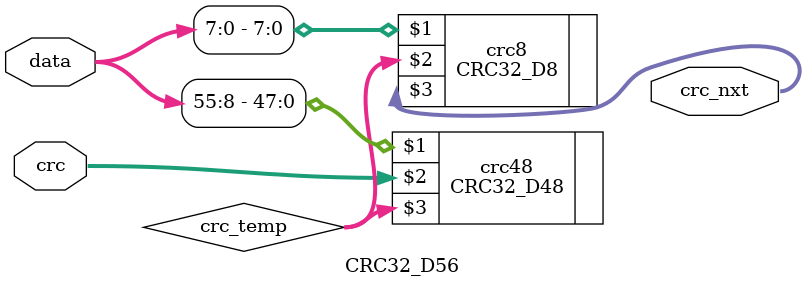
<source format=sv>
module CRC32_D56(input [55:0] data,input [31:0] crc,output [31:0]  crc_nxt);
   reg [31:0] crc_temp;
   CRC32_D48 crc48(data[55:8],crc,crc_temp);
   CRC32_D8  crc8 (data[7:0],crc_temp,crc_nxt);

endmodule 

</source>
